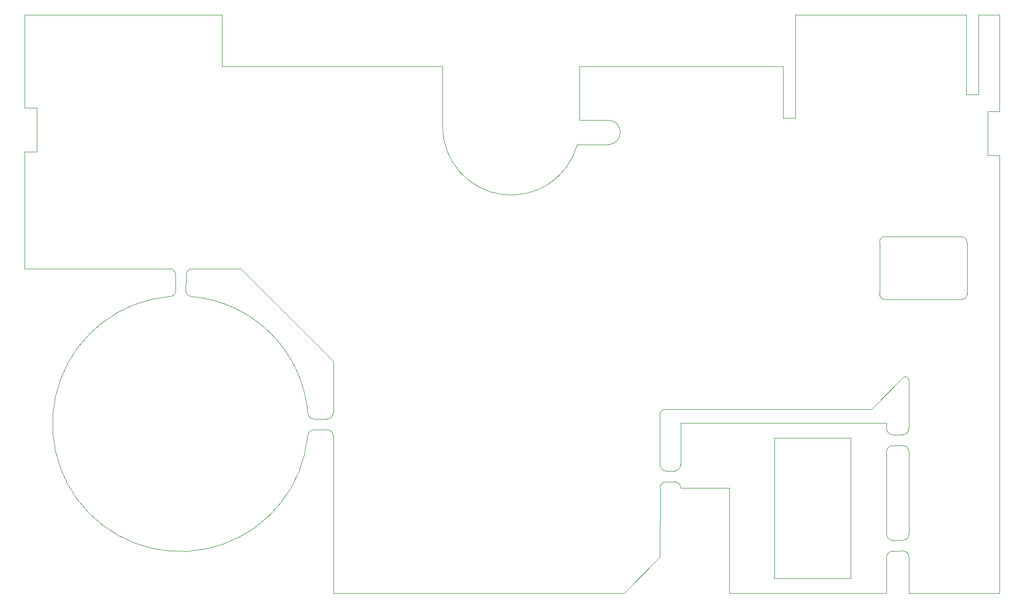
<source format=gbr>
G04 #@! TF.GenerationSoftware,KiCad,Pcbnew,(5.1.5-0-10_14)*
G04 #@! TF.CreationDate,2019-12-28T21:45:26+01:00*
G04 #@! TF.ProjectId,ErnoCCC,45726e6f-4343-4432-9e6b-696361645f70,rev?*
G04 #@! TF.SameCoordinates,Original*
G04 #@! TF.FileFunction,Profile,NP*
%FSLAX46Y46*%
G04 Gerber Fmt 4.6, Leading zero omitted, Abs format (unit mm)*
G04 Created by KiCad (PCBNEW (5.1.5-0-10_14)) date 2019-12-28 21:45:26*
%MOMM*%
%LPD*%
G04 APERTURE LIST*
%ADD10C,0.050000*%
G04 APERTURE END LIST*
D10*
X168400000Y-91500000D02*
G75*
G02X169300000Y-90600000I900000J0D01*
G01*
X208697468Y-85295702D02*
G75*
G02X209600000Y-85800000I303893J-515899D01*
G01*
X205900000Y-92900000D02*
X205900000Y-93800000D01*
X208584000Y-96584000D02*
G75*
G02X209600000Y-97600000I0J-1016000D01*
G01*
X209598126Y-93786000D02*
G75*
G02X208600000Y-94800000I-1014126J0D01*
G01*
X206916000Y-94816000D02*
G75*
G02X205900000Y-93800000I0J1016000D01*
G01*
X206900000Y-96600000D02*
X208584000Y-96584000D01*
X208600000Y-94800000D02*
X206916000Y-94816000D01*
X205901874Y-97614000D02*
G75*
G02X206900000Y-96600000I1014126J0D01*
G01*
X168401874Y-103614000D02*
X168400000Y-115100000D01*
X170784000Y-102584000D02*
G75*
G02X171800000Y-103600000I0J-1016000D01*
G01*
X171798126Y-99786000D02*
G75*
G02X170800000Y-100800000I-1014126J0D01*
G01*
X169416000Y-100816000D02*
G75*
G02X168400000Y-99800000I0J1016000D01*
G01*
X169400000Y-102600000D02*
X170784000Y-102584000D01*
X170800000Y-100800000D02*
X169416000Y-100816000D01*
X168401874Y-103614000D02*
G75*
G02X169400000Y-102600000I1014126J0D01*
G01*
X205901874Y-115114000D02*
X205900000Y-121100000D01*
X209600000Y-115100000D02*
X209600000Y-121100000D01*
X208600000Y-112300000D02*
X206916000Y-112316000D01*
X206900000Y-114100000D02*
X208584000Y-114084000D01*
X206916000Y-112316000D02*
G75*
G02X205900000Y-111300000I0J1016000D01*
G01*
X205901874Y-115114000D02*
G75*
G02X206900000Y-114100000I1014126J0D01*
G01*
X209598126Y-111286000D02*
G75*
G02X208600000Y-112300000I-1014126J0D01*
G01*
X208584000Y-114084000D02*
G75*
G02X209600000Y-115100000I0J-1016000D01*
G01*
X171800000Y-92900000D02*
X171798126Y-99786000D01*
X179900000Y-103600000D02*
X171800000Y-103600000D01*
X179900000Y-121100000D02*
X179900000Y-103600000D01*
X205901874Y-97614000D02*
X205900000Y-111300000D01*
X205900000Y-92900000D02*
X171800000Y-92900000D01*
X205900000Y-121100000D02*
X179900000Y-121100000D01*
X199900000Y-95300000D02*
X187300000Y-95300000D01*
X187300000Y-95300000D02*
X187300000Y-118600000D01*
X199900000Y-118600000D02*
X187300000Y-118600000D01*
X199900000Y-95300000D02*
X199900000Y-118600000D01*
X209600000Y-97600000D02*
X209598126Y-111286000D01*
X209598126Y-93786000D02*
X209600000Y-85800000D01*
X224600000Y-69400000D02*
X224600000Y-121100000D01*
X209600000Y-121100000D02*
X224600000Y-121100000D01*
X218313000Y-61976000D02*
G75*
G02X219202000Y-62865000I0J-889000D01*
G01*
X204724000Y-62865000D02*
G75*
G02X205613000Y-61976000I889000J0D01*
G01*
X205613000Y-72390000D02*
G75*
G02X204724000Y-71501000I0J889000D01*
G01*
X219202000Y-71501000D02*
G75*
G02X218313000Y-72390000I-889000J0D01*
G01*
X204724000Y-71501000D02*
X204724000Y-62865000D01*
X218313000Y-72390000D02*
X205613000Y-72390000D01*
X219202000Y-62865000D02*
X219202000Y-71501000D01*
X205613000Y-61976000D02*
X218313000Y-61976000D01*
X159766000Y-46736000D02*
X154700950Y-46733153D01*
X159766000Y-42672000D02*
X155100000Y-42672000D01*
X159766000Y-42672000D02*
G75*
G02X159766000Y-46736000I0J-2032000D01*
G01*
X114300000Y-91186000D02*
X114300000Y-82600000D01*
X90916349Y-71917075D02*
G75*
G02X110091978Y-91186001I-1916349J-21082925D01*
G01*
X110072111Y-95016466D02*
G75*
G02X87300000Y-71900000I-21072111J2016466D01*
G01*
X88200000Y-68350000D02*
X88213812Y-71306138D01*
X88213812Y-71306138D02*
G75*
G02X87300000Y-71900000I-913812J406138D01*
G01*
X89951188Y-68300057D02*
G75*
G02X91000000Y-67300000I1048812J-49943D01*
G01*
X87150000Y-67300000D02*
G75*
G02X88200000Y-68350000I0J-1050000D01*
G01*
X99000000Y-67300000D02*
X91000000Y-67300000D01*
X154700950Y-46733153D02*
G75*
G02X132400000Y-43750000I-10950950J2983153D01*
G01*
X168400000Y-115100000D02*
X162400000Y-121100000D01*
X63200000Y-40600000D02*
X63200000Y-25200000D01*
X65200000Y-40600000D02*
X63200000Y-40600000D01*
X65200000Y-47900000D02*
X65200000Y-40600000D01*
X63200000Y-47900000D02*
X65200000Y-47900000D01*
X63200000Y-67300000D02*
X63200000Y-47900000D01*
X87150000Y-67300000D02*
X63200000Y-67300000D01*
X114300000Y-82600000D02*
X99000000Y-67300000D01*
X114300000Y-121100000D02*
X114300000Y-95000000D01*
X162400000Y-121100000D02*
X114300000Y-121100000D01*
X168400000Y-91500000D02*
X168400000Y-99800000D01*
X203400000Y-90600000D02*
X169300000Y-90600000D01*
X208697468Y-85295702D02*
X203400000Y-90600000D01*
X224600000Y-48500000D02*
X224600000Y-69400000D01*
X222600000Y-48500000D02*
X224600000Y-48500000D01*
X222600000Y-41200000D02*
X222600000Y-48500000D01*
X224600000Y-41200000D02*
X222600000Y-41200000D01*
X224600000Y-25200000D02*
X224600000Y-41200000D01*
X221100000Y-25200000D02*
X224600000Y-25200000D01*
X221100000Y-38400000D02*
X221100000Y-25200000D01*
X219100000Y-38400000D02*
X221100000Y-38400000D01*
X219100000Y-25200000D02*
X219100000Y-38400000D01*
X190800000Y-25200000D02*
X219100000Y-25200000D01*
X190800000Y-42300000D02*
X190800000Y-25200000D01*
X188800000Y-42300000D02*
X190800000Y-42300000D01*
X188800000Y-33800000D02*
X188800000Y-42300000D01*
X155100000Y-33800000D02*
X188800000Y-33800000D01*
X155100000Y-42672000D02*
X155100000Y-33800000D01*
X132400000Y-33800000D02*
X132400000Y-43750000D01*
X95900000Y-33800000D02*
X132400000Y-33800000D01*
X95900000Y-25200000D02*
X95900000Y-33800000D01*
X63200000Y-25200000D02*
X95900000Y-25200000D01*
X111088111Y-94000466D02*
X113284000Y-93984000D01*
X111107978Y-92202001D02*
X113300000Y-92200000D01*
X89951188Y-68300057D02*
X89900000Y-71000000D01*
X90916000Y-71920909D02*
G75*
G02X89900000Y-71000000I0J1020909D01*
G01*
X111107978Y-92202001D02*
G75*
G02X110091978Y-91186001I0J1016000D01*
G01*
X114298126Y-91186000D02*
G75*
G02X113300000Y-92200000I-1014126J0D01*
G01*
X110072111Y-95016466D02*
G75*
G02X111088111Y-94000466I1016000J0D01*
G01*
X113284000Y-93984000D02*
G75*
G02X114300000Y-95000000I0J-1016000D01*
G01*
M02*

</source>
